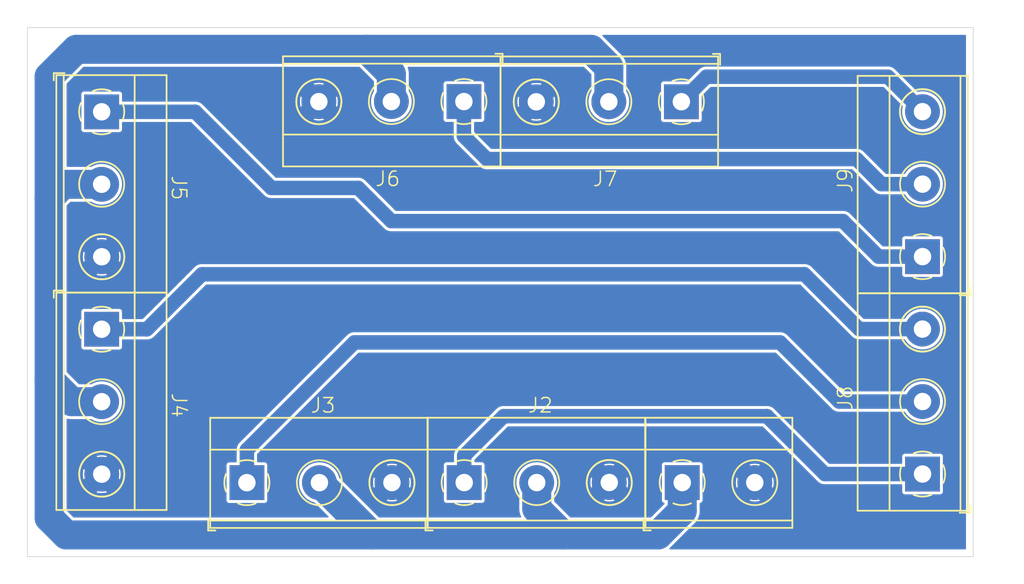
<source format=kicad_pcb>
(kicad_pcb (version 20240108) (generator "pcbnew") (generator_version "8.0")
  (layers (0 "F.Cu" signal) (31 "B.Cu" signal) (34 "B.Paste" user) (35 "F.Paste" user) (36 "B.SilkS" user "B.Silkscreen") (37 "F.SilkS" user "F.Silkscreen") (38 "B.Mask" user) (39 "F.Mask" user) (44 "Edge.Cuts" user))
  (net 0 "")
  (net 1 "/GND")
  (net 2 "/+6VCC")
  (net 3 "/SIGNAL_1")
  (net 4 "/SIGNAL_2")
  (net 5 "/SIGNAL_3")
  (net 6 "/SIGNAL_4")
  (net 7 "/SIGNAL_5")
  (net 8 "/SIGNAL_6")
  (footprint "LibraryTerminalBlock:TerminalBlock_philmore_TB133" (layer "F.Cu") (at 169.694 91.79 90)
    (property "Reference" "J9" (at 5.24 -5.319 90) (layer "F.SilkS") (effects (font (thickness 0.1))))
    (property "Value" "Conn_01x03")
    (fp_line (start 12.46 -4.462) (end 12.46 3.138) (stroke (width 0.12)) (layer "F.SilkS"))
    (fp_line (start -2.54 -4.462) (end 12.46 -4.462) (stroke (width 0.12)) (layer "F.SilkS"))
    (fp_line (start -2.54 -4.462) (end -2.54 3.138) (stroke (width 0.12)) (layer "F.SilkS"))
    (fp_line (start -2.54 -2.264) (end 12.46 -2.264) (stroke (width 0.12)) (layer "F.SilkS"))
    (fp_line (start -2.68 2.571) (end -2.68 3.311) (stroke (width 0.12)) (layer "F.SilkS"))
    (fp_line (start -2.55 2.626) (end 12.45 2.626) (stroke (width 0.12)) (layer "F.SilkS"))
    (fp_line (start -2.54 3.136) (end 12.46 3.136) (stroke (width 0.12)) (layer "F.SilkS"))
    (fp_line (start -2.68 3.311) (end -2.18 3.311) (stroke (width 0.12)) (layer "F.SilkS"))
    (fp_arc (start -0.617742 -1.421109) (mid -0.00986 -1.544727) (end 0.598 -1.421) (stroke (width 0.12)) (layer "F.SilkS"))
    (fp_arc (start 1.422109 -0.596742) (mid 1.545727 0.01114) (end 1.422 0.619) (stroke (width 0.12)) (layer "F.SilkS"))
    (fp_arc (start -1.442109 0.618742) (mid -1.565727 0.01086) (end -1.442 -0.597) (stroke (width 0.12)) (layer "F.SilkS"))
    (fp_arc (start 0.597587 1.442385) (mid 0.300017 1.534783) (end -0.01 1.566) (stroke (width 0.12)) (layer "F.SilkS"))
    (fp_arc (start 0.017011 1.566493) (mid -0.306984 1.538118) (end -0.618 1.443) (stroke (width 0.12)) (layer "F.SilkS"))
    (fp_circle (center 9.99 0.006) (end 11.545 0.006) (stroke (width 0.12)) (fill none) (layer "F.SilkS"))
    (fp_circle (center 9.99 0.006) (end 11.545 0.006) (stroke (width 0.12)) (fill none) (layer "F.SilkS"))
    (fp_circle (center 4.99 0.011) (end 6.545 0.011) (stroke (width 0.12)) (fill none) (layer "F.SilkS"))
    (pad "1" thru_hole rect (at -0.01 0.011 90) (size 2.4 2.4) (drill 1.2) (layers "*.Cu" "*.Mask") (net 6 "/SIGNAL_4"))
    (pad "2" thru_hole circle (at 4.99 0.011 90) (size 2.4 2.4) (drill 1.2) (layers "*.Cu" "*.Mask") (net 7 "/SIGNAL_5"))
    (pad "3" thru_hole circle (at 9.99 0.006 90) (size 2.4 2.4) (drill 1.2) (layers "*.Cu" "*.Mask") (net 8 "/SIGNAL_6"))
  )
  (footprint "LibraryTerminalBlock:TerminalBlock_philmore_TB133" (layer "F.Cu") (at 113.131 96.82 -90)
    (property "Reference" "J4" (at 5.24 -5.319 -90) (layer "F.SilkS") (effects (font (thickness 0.1))))
    (property "Value" "Conn_01x03")
    (fp_line (start -2.68 3.311) (end -2.18 3.311) (stroke (width 0.12)) (layer "F.SilkS"))
    (fp_line (start -2.54 3.136) (end 12.46 3.136) (stroke (width 0.12)) (layer "F.SilkS"))
    (fp_line (start -2.55 2.626) (end 12.45 2.626) (stroke (width 0.12)) (layer "F.SilkS"))
    (fp_line (start -2.68 2.571) (end -2.68 3.311) (stroke (width 0.12)) (layer "F.SilkS"))
    (fp_line (start -2.54 -2.264) (end 12.46 -2.264) (stroke (width 0.12)) (layer "F.SilkS"))
    (fp_line (start -2.54 -4.462) (end -2.54 3.138) (stroke (width 0.12)) (layer "F.SilkS"))
    (fp_line (start -2.54 -4.462) (end 12.46 -4.462) (stroke (width 0.12)) (layer "F.SilkS"))
    (fp_line (start 12.46 -4.462) (end 12.46 3.138) (stroke (width 0.12)) (layer "F.SilkS"))
    (fp_arc (start 0.017011 1.566493) (mid -0.306984 1.538118) (end -0.618 1.443) (stroke (width 0.12)) (layer "F.SilkS"))
    (fp_arc (start 0.597587 1.442385) (mid 0.300017 1.534783) (end -0.01 1.566) (stroke (width 0.12)) (layer "F.SilkS"))
    (fp_arc (start -1.442109 0.618742) (mid -1.565727 0.01086) (end -1.442 -0.597) (stroke (width 0.12)) (layer "F.SilkS"))
    (fp_arc (start 1.422109 -0.596742) (mid 1.545727 0.01114) (end 1.422 0.619) (stroke (width 0.12)) (layer "F.SilkS"))
    (fp_arc (start -0.617742 -1.421109) (mid -0.00986 -1.544727) (end 0.598 -1.421) (stroke (width 0.12)) (layer "F.SilkS"))
    (fp_circle (center 4.99 0.011) (end 6.545 0.011) (stroke (width 0.12)) (fill none) (layer "F.SilkS"))
    (fp_circle (center 9.99 0.006) (end 11.545 0.006) (stroke (width 0.12)) (fill none) (layer "F.SilkS"))
    (fp_circle (center 9.99 0.006) (end 11.545 0.006) (stroke (width 0.12)) (fill none) (layer "F.SilkS"))
    (pad "1" thru_hole rect (at -0.01 0.011 270) (size 2.4 2.4) (drill 1.2) (layers "*.Cu" "*.Mask") (net 5 "/SIGNAL_3"))
    (pad "2" thru_hole circle (at 4.99 0.011 270) (size 2.4 2.4) (drill 1.2) (layers "*.Cu" "*.Mask") (net 2 "/+6VCC"))
    (pad "3" thru_hole circle (at 9.99 0.006 270) (size 2.4 2.4) (drill 1.2) (layers "*.Cu" "*.Mask") (net 1 "/GND"))
  )
  (footprint "LibraryTerminalBlock:TerminalBlock_philmore_TB133" (layer "F.Cu") (at 123.14 107.384)
    (property "Reference" "J3" (at 5.24 -5.319 0) (layer "F.SilkS") (effects (font (thickness 0.1))))
    (property "Value" "Conn_01x03")
    (fp_line (start -2.68 2.571) (end -2.68 3.311) (stroke (width 0.12)) (layer "F.SilkS"))
    (fp_line (start -2.68 3.311) (end -2.18 3.311) (stroke (width 0.12)) (layer "F.SilkS"))
    (fp_line (start -2.55 2.626) (end 12.45 2.626) (stroke (width 0.12)) (layer "F.SilkS"))
    (fp_line (start -2.54 -4.462) (end -2.54 3.138) (stroke (width 0.12)) (layer "F.SilkS"))
    (fp_line (start -2.54 -4.462) (end 12.46 -4.462) (stroke (width 0.12)) (layer "F.SilkS"))
    (fp_line (start -2.54 -2.264) (end 12.46 -2.264) (stroke (width 0.12)) (layer "F.SilkS"))
    (fp_line (start -2.54 3.136) (end 12.46 3.136) (stroke (width 0.12)) (layer "F.SilkS"))
    (fp_line (start 12.46 -4.462) (end 12.46 3.138) (stroke (width 0.12)) (layer "F.SilkS"))
    (fp_arc (start -1.442109 0.618742) (mid -1.565727 0.01086) (end -1.442 -0.597) (stroke (width 0.12)) (layer "F.SilkS"))
    (fp_arc (start -0.617742 -1.421109) (mid -0.00986 -1.544727) (end 0.598 -1.421) (stroke (width 0.12)) (layer "F.SilkS"))
    (fp_arc (start 0.017011 1.566493) (mid -0.306984 1.538118) (end -0.618 1.443) (stroke (width 0.12)) (layer "F.SilkS"))
    (fp_arc (start 0.597587 1.442385) (mid 0.300017 1.534783) (end -0.01 1.566) (stroke (width 0.12)) (layer "F.SilkS"))
    (fp_arc (start 1.422109 -0.596742) (mid 1.545727 0.01114) (end 1.422 0.619) (stroke (width 0.12)) (layer "F.SilkS"))
    (fp_circle (center 4.99 0.011) (end 6.545 0.011) (stroke (width 0.12)) (fill none) (layer "F.SilkS"))
    (fp_circle (center 9.99 0.006) (end 11.545 0.006) (stroke (width 0.12)) (fill none) (layer "F.SilkS"))
    (fp_circle (center 9.99 0.006) (end 11.545 0.006) (stroke (width 0.12)) (fill none) (layer "F.SilkS"))
    (pad "1" thru_hole rect (at -0.01 0.011) (size 2.4 2.4) (drill 1.2) (layers "*.Cu" "*.Mask") (net 4 "/SIGNAL_2"))
    (pad "2" thru_hole circle (at 4.99 0.011) (size 2.4 2.4) (drill 1.2) (layers "*.Cu" "*.Mask") (net 2 "/+6VCC"))
    (pad "3" thru_hole circle (at 9.99 0.006) (size 2.4 2.4) (drill 1.2) (layers "*.Cu" "*.Mask") (net 1 "/GND"))
  )
  (footprint "LibraryTerminalBlock:TerminalBlock_philmore_TB133" (layer "F.Cu") (at 169.694 106.79 90)
    (property "Reference" "J8" (at 5.24 -5.319 90) (layer "F.SilkS") (effects (font (thickness 0.1))))
    (property "Value" "Conn_01x03")
    (fp_line (start 12.46 -4.462) (end 12.46 3.138) (stroke (width 0.12)) (layer "F.SilkS"))
    (fp_line (start -2.54 -4.462) (end 12.46 -4.462) (stroke (width 0.12)) (layer "F.SilkS"))
    (fp_line (start -2.54 -4.462) (end -2.54 3.138) (stroke (width 0.12)) (layer "F.SilkS"))
    (fp_line (start -2.54 -2.264) (end 12.46 -2.264) (stroke (width 0.12)) (layer "F.SilkS"))
    (fp_line (start -2.68 2.571) (end -2.68 3.311) (stroke (width 0.12)) (layer "F.SilkS"))
    (fp_line (start -2.55 2.626) (end 12.45 2.626) (stroke (width 0.12)) (layer "F.SilkS"))
    (fp_line (start -2.54 3.136) (end 12.46 3.136) (stroke (width 0.12)) (layer "F.SilkS"))
    (fp_line (start -2.68 3.311) (end -2.18 3.311) (stroke (width 0.12)) (layer "F.SilkS"))
    (fp_arc (start -0.617742 -1.421109) (mid -0.00986 -1.544727) (end 0.598 -1.421) (stroke (width 0.12)) (layer "F.SilkS"))
    (fp_arc (start 1.422109 -0.596742) (mid 1.545727 0.01114) (end 1.422 0.619) (stroke (width 0.12)) (layer "F.SilkS"))
    (fp_arc (start -1.442109 0.618742) (mid -1.565727 0.01086) (end -1.442 -0.597) (stroke (width 0.12)) (layer "F.SilkS"))
    (fp_arc (start 0.597587 1.442385) (mid 0.300017 1.534783) (end -0.01 1.566) (stroke (width 0.12)) (layer "F.SilkS"))
    (fp_arc (start 0.017011 1.566493) (mid -0.306984 1.538118) (end -0.618 1.443) (stroke (width 0.12)) (layer "F.SilkS"))
    (fp_circle (center 9.99 0.006) (end 11.545 0.006) (stroke (width 0.12)) (fill none) (layer "F.SilkS"))
    (fp_circle (center 9.99 0.006) (end 11.545 0.006) (stroke (width 0.12)) (fill none) (layer "F.SilkS"))
    (fp_circle (center 4.99 0.011) (end 6.545 0.011) (stroke (width 0.12)) (fill none) (layer "F.SilkS"))
    (pad "1" thru_hole rect (at -0.01 0.011 90) (size 2.4 2.4) (drill 1.2) (layers "*.Cu" "*.Mask") (net 3 "/SIGNAL_1"))
    (pad "2" thru_hole circle (at 4.99 0.011 90) (size 2.4 2.4) (drill 1.2) (layers "*.Cu" "*.Mask") (net 4 "/SIGNAL_2"))
    (pad "3" thru_hole circle (at 9.99 0.006 90) (size 2.4 2.4) (drill 1.2) (layers "*.Cu" "*.Mask") (net 5 "/SIGNAL_3"))
  )
  (footprint "LibraryTerminalBlock:TerminalBlock_philmore_TB132" (layer "F.Cu") (at 153.14 107.39)
    (property "Reference" "J1" (hide yes))
    (property "Value" "Conn_01x02")
    (fp_line (start -2.67 2.56) (end -2.67 3.3) (stroke (width 0.12)) (layer "F.SilkS"))
    (fp_line (start -2.67 3.3) (end -2.17 3.3) (stroke (width 0.12)) (layer "F.SilkS"))
    (fp_line (start -2.54 2.615) (end 7.58 2.615) (stroke (width 0.12)) (layer "F.SilkS"))
    (fp_line (start -2.53 -4.473) (end -2.53 3.127) (stroke (width 0.12)) (layer "F.SilkS"))
    (fp_line (start -2.53 -4.473) (end 7.59 -4.473) (stroke (width 0.12)) (layer "F.SilkS"))
    (fp_line (start -2.53 -2.275) (end 7.59 -2.275) (stroke (width 0.12)) (layer "F.SilkS"))
    (fp_line (start -2.53 3.125) (end 7.59 3.125) (stroke (width 0.12)) (layer "F.SilkS"))
    (fp_line (start 7.59 -4.473) (end 7.59 3.127) (stroke (width 0.12)) (layer "F.SilkS"))
    (fp_arc (start -1.432109 0.607742) (mid -1.555727 -0.00014) (end -1.432 -0.608) (stroke (width 0.12)) (layer "F.SilkS"))
    (fp_arc (start -0.607742 -1.432109) (mid 0.00014 -1.555727) (end 0.608 -1.432) (stroke (width 0.12)) (layer "F.SilkS"))
    (fp_arc (start 0.027011 1.555493) (mid -0.296984 1.527118) (end -0.608 1.432) (stroke (width 0.12)) (layer "F.SilkS"))
    (fp_arc (start 0.607587 1.431385) (mid 0.310017 1.523783) (end 0 1.555) (stroke (width 0.12)) (layer "F.SilkS"))
    (fp_arc (start 1.432109 -0.607742) (mid 1.555727 0.00014) (end 1.432 0.608) (stroke (width 0.12)) (layer "F.SilkS"))
    (fp_circle (center 5 0) (end 6.555 0) (stroke (width 0.12)) (fill none) (layer "F.SilkS"))
    (pad "1" thru_hole rect (at 0 0) (size 2.4 2.4) (drill 1.2) (layers "*.Cu" "*.Mask") (net 2 "/+6VCC"))
    (pad "2" thru_hole circle (at 5 0) (size 2.4 2.4) (drill 1.2) (layers "*.Cu" "*.Mask") (net 1 "/GND"))
  )
  (footprint "LibraryTerminalBlock:TerminalBlock_philmore_TB133" (layer "F.Cu") (at 138.12 107.379)
    (property "Reference" "J2" (at 5.24 -5.319 0) (layer "F.SilkS") (effects (font (thickness 0.1))))
    (property "Value" "Conn_01x03")
    (fp_line (start -2.68 2.571) (end -2.68 3.311) (stroke (width 0.12)) (layer "F.SilkS"))
    (fp_line (start -2.68 3.311) (end -2.18 3.311) (stroke (width 0.12)) (layer "F.SilkS"))
    (fp_line (start -2.55 2.626) (end 12.45 2.626) (stroke (width 0.12)) (layer "F.SilkS"))
    (fp_line (start -2.54 -4.462) (end -2.54 3.138) (stroke (width 0.12)) (layer "F.SilkS"))
    (fp_line (start -2.54 -4.462) (end 12.46 -4.462) (stroke (width 0.12)) (layer "F.SilkS"))
    (fp_line (start -2.54 -2.264) (end 12.46 -2.264) (stroke (width 0.12)) (layer "F.SilkS"))
    (fp_line (start -2.54 3.136) (end 12.46 3.136) (stroke (width 0.12)) (layer "F.SilkS"))
    (fp_line (start 12.46 -4.462) (end 12.46 3.138) (stroke (width 0.12)) (layer "F.SilkS"))
    (fp_arc (start -1.442109 0.618742) (mid -1.565727 0.01086) (end -1.442 -0.597) (stroke (width 0.12)) (layer "F.SilkS"))
    (fp_arc (start -0.617742 -1.421109) (mid -0.00986 -1.544727) (end 0.598 -1.421) (stroke (width 0.12)) (layer "F.SilkS"))
    (fp_arc (start 0.017011 1.566493) (mid -0.306984 1.538118) (end -0.618 1.443) (stroke (width 0.12)) (layer "F.SilkS"))
    (fp_arc (start 0.597587 1.442385) (mid 0.300017 1.534783) (end -0.01 1.566) (stroke (width 0.12)) (layer "F.SilkS"))
    (fp_arc (start 1.422109 -0.596742) (mid 1.545727 0.01114) (end 1.422 0.619) (stroke (width 0.12)) (layer "F.SilkS"))
    (fp_circle (center 4.99 0.011) (end 6.545 0.011) (stroke (width 0.12)) (fill none) (layer "F.SilkS"))
    (fp_circle (center 9.99 0.006) (end 11.545 0.006) (stroke (width 0.12)) (fill none) (layer "F.SilkS"))
    (fp_circle (center 9.99 0.006) (end 11.545 0.006) (stroke (width 0.12)) (fill none) (layer "F.SilkS"))
    (pad "1" thru_hole rect (at -0.01 0.011) (size 2.4 2.4) (drill 1.2) (layers "*.Cu" "*.Mask") (net 3 "/SIGNAL_1"))
    (pad "2" thru_hole circle (at 4.99 0.011) (size 2.4 2.4) (drill 1.2) (layers "*.Cu" "*.Mask") (net 2 "/+6VCC"))
    (pad "3" thru_hole circle (at 9.99 0.006) (size 2.4 2.4) (drill 1.2) (layers "*.Cu" "*.Mask") (net 1 "/GND"))
  )
  (footprint "LibraryTerminalBlock:TerminalBlock_philmore_TB133" (layer "F.Cu") (at 153.07 81.126 180)
    (property "Reference" "J7" (at 5.24 -5.319 0) (layer "F.SilkS") (effects (font (thickness 0.1))))
    (property "Value" "Conn_01x03")
    (fp_line (start 12.46 -4.462) (end 12.46 3.138) (stroke (width 0.12)) (layer "F.SilkS"))
    (fp_line (start -2.54 3.136) (end 12.46 3.136) (stroke (width 0.12)) (layer "F.SilkS"))
    (fp_line (start -2.54 -2.264) (end 12.46 -2.264) (stroke (width 0.12)) (layer "F.SilkS"))
    (fp_line (start -2.54 -4.462) (end 12.46 -4.462) (stroke (width 0.12)) (layer "F.SilkS"))
    (fp_line (start -2.54 -4.462) (end -2.54 3.138) (stroke (width 0.12)) (layer "F.SilkS"))
    (fp_line (start -2.55 2.626) (end 12.45 2.626) (stroke (width 0.12)) (layer "F.SilkS"))
    (fp_line (start -2.68 3.311) (end -2.18 3.311) (stroke (width 0.12)) (layer "F.SilkS"))
    (fp_line (start -2.68 2.571) (end -2.68 3.311) (stroke (width 0.12)) (layer "F.SilkS"))
    (fp_arc (start 1.422109 -0.596742) (mid 1.545727 0.01114) (end 1.422 0.619) (stroke (width 0.12)) (layer "F.SilkS"))
    (fp_arc (start 0.597587 1.442385) (mid 0.300017 1.534783) (end -0.01 1.566) (stroke (width 0.12)) (layer "F.SilkS"))
    (fp_arc (start 0.017011 1.566493) (mid -0.306984 1.538118) (end -0.618 1.443) (stroke (width 0.12)) (layer "F.SilkS"))
    (fp_arc (start -0.617742 -1.421109) (mid -0.00986 -1.544727) (end 0.598 -1.421) (stroke (width 0.12)) (layer "F.SilkS"))
    (fp_arc (start -1.442109 0.618742) (mid -1.565727 0.01086) (end -1.442 -0.597) (stroke (width 0.12)) (layer "F.SilkS"))
    (fp_circle (center 9.99 0.006) (end 11.545 0.006) (stroke (width 0.12)) (fill none) (layer "F.SilkS"))
    (fp_circle (center 9.99 0.006) (end 11.545 0.006) (stroke (width 0.12)) (fill none) (layer "F.SilkS"))
    (fp_circle (center 4.99 0.011) (end 6.545 0.011) (stroke (width 0.12)) (fill none) (layer "F.SilkS"))
    (pad "1" thru_hole rect (at -0.01 0.011 180) (size 2.4 2.4) (drill 1.2) (layers "*.Cu" "*.Mask") (net 8 "/SIGNAL_6"))
    (pad "2" thru_hole circle (at 4.99 0.011 180) (size 2.4 2.4) (drill 1.2) (layers "*.Cu" "*.Mask") (net 2 "/+6VCC"))
    (pad "3" thru_hole circle (at 9.99 0.006 180) (size 2.4 2.4) (drill 1.2) (layers "*.Cu" "*.Mask") (net 1 "/GND"))
  )
  (footprint "LibraryTerminalBlock:TerminalBlock_philmore_TB133" (layer "F.Cu") (at 138.08 81.115 180)
    (property "Reference" "J6" (at 5.24 -5.319 0) (layer "F.SilkS") (effects (font (thickness 0.1))))
    (property "Value" "Conn_01x03")
    (fp_line (start 12.46 -4.462) (end 12.46 3.138) (stroke (width 0.12)) (layer "F.SilkS"))
    (fp_line (start -2.54 3.136) (end 12.46 3.136) (stroke (width 0.12)) (layer "F.SilkS"))
    (fp_line (start -2.54 -2.264) (end 12.46 -2.264) (stroke (width 0.12)) (layer "F.SilkS"))
    (fp_line (start -2.54 -4.462) (end 12.46 -4.462) (stroke (width 0.12)) (layer "F.SilkS"))
    (fp_line (start -2.54 -4.462) (end -2.54 3.138) (stroke (width 0.12)) (layer "F.SilkS"))
    (fp_line (start -2.55 2.626) (end 12.45 2.626) (stroke (width 0.12)) (layer "F.SilkS"))
    (fp_line (start -2.68 3.311) (end -2.18 3.311) (stroke (width 0.12)) (layer "F.SilkS"))
    (fp_line (start -2.68 2.571) (end -2.68 3.311) (stroke (width 0.12)) (layer "F.SilkS"))
    (fp_arc (start 1.422109 -0.596742) (mid 1.545727 0.01114) (end 1.422 0.619) (stroke (width 0.12)) (layer "F.SilkS"))
    (fp_arc (start 0.597587 1.442385) (mid 0.300017 1.534783) (end -0.01 1.566) (stroke (width 0.12)) (layer "F.SilkS"))
    (fp_arc (start 0.017011 1.566493) (mid -0.306984 1.538118) (end -0.618 1.443) (stroke (width 0.12)) (layer "F.SilkS"))
    (fp_arc (start -0.617742 -1.421109) (mid -0.00986 -1.544727) (end 0.598 -1.421) (stroke (width 0.12)) (layer "F.SilkS"))
    (fp_arc (start -1.442109 0.618742) (mid -1.565727 0.01086) (end -1.442 -0.597) (stroke (width 0.12)) (layer "F.SilkS"))
    (fp_circle (center 9.99 0.006) (end 11.545 0.006) (stroke (width 0.12)) (fill none) (layer "F.SilkS"))
    (fp_circle (center 9.99 0.006) (end 11.545 0.006) (stroke (width 0.12)) (fill none) (layer "F.SilkS"))
    (fp_circle (center 4.99 0.011) (end 6.545 0.011) (stroke (width 0.12)) (fill none) (layer "F.SilkS"))
    (pad "1" thru_hole rect (at -0.01 0.011 180) (size 2.4 2.4) (drill 1.2) (layers "*.Cu" "*.Mask") (net 7 "/SIGNAL_5"))
    (pad "2" thru_hole circle (at 4.99 0.011 180) (size 2.4 2.4) (drill 1.2) (layers "*.Cu" "*.Mask") (net 2 "/+6VCC"))
    (pad "3" thru_hole circle (at 9.99 0.006 180) (size 2.4 2.4) (drill 1.2) (layers "*.Cu" "*.Mask") (net 1 "/GND"))
  )
  (footprint "LibraryTerminalBlock:TerminalBlock_philmore_TB133" (layer "F.Cu") (at 113.131 81.82 -90)
    (property "Reference" "J5" (at 5.24 -5.319 -90) (layer "F.SilkS") (effects (font (thickness 0.1))))
    (property "Value" "Conn_01x03")
    (fp_line (start -2.68 3.311) (end -2.18 3.311) (stroke (width 0.12)) (layer "F.SilkS"))
    (fp_line (start -2.54 3.136) (end 12.46 3.136) (stroke (width 0.12)) (layer "F.SilkS"))
    (fp_line (start -2.55 2.626) (end 12.45 2.626) (stroke (width 0.12)) (layer "F.SilkS"))
    (fp_line (start -2.68 2.571) (end -2.68 3.311) (stroke (width 0.12)) (layer "F.SilkS"))
    (fp_line (start -2.54 -2.264) (end 12.46 -2.264) (stroke (width 0.12)) (layer "F.SilkS"))
    (fp_line (start -2.54 -4.462) (end -2.54 3.138) (stroke (width 0.12)) (layer "F.SilkS"))
    (fp_line (start -2.54 -4.462) (end 12.46 -4.462) (stroke (width 0.12)) (layer "F.SilkS"))
    (fp_line (start 12.46 -4.462) (end 12.46 3.138) (stroke (width 0.12)) (layer "F.SilkS"))
    (fp_arc (start 0.017011 1.566493) (mid -0.306984 1.538118) (end -0.618 1.443) (stroke (width 0.12)) (layer "F.SilkS"))
    (fp_arc (start 0.597587 1.442385) (mid 0.300017 1.534783) (end -0.01 1.566) (stroke (width 0.12)) (layer "F.SilkS"))
    (fp_arc (start -1.442109 0.618742) (mid -1.565727 0.01086) (end -1.442 -0.597) (stroke (width 0.12)) (layer "F.SilkS"))
    (fp_arc (start 1.422109 -0.596742) (mid 1.545727 0.01114) (end 1.422 0.619) (stroke (width 0.12)) (layer "F.SilkS"))
    (fp_arc (start -0.617742 -1.421109) (mid -0.00986 -1.544727) (end 0.598 -1.421) (stroke (width 0.12)) (layer "F.SilkS"))
    (fp_circle (center 4.99 0.011) (end 6.545 0.011) (stroke (width 0.12)) (fill none) (layer "F.SilkS"))
    (fp_circle (center 9.99 0.006) (end 11.545 0.006) (stroke (width 0.12)) (fill none) (layer "F.SilkS"))
    (fp_circle (center 9.99 0.006) (end 11.545 0.006) (stroke (width 0.12)) (fill none) (layer "F.SilkS"))
    (pad "1" thru_hole rect (at -0.01 0.011 270) (size 2.4 2.4) (drill 1.2) (layers "*.Cu" "*.Mask") (net 6 "/SIGNAL_4"))
    (pad "2" thru_hole circle (at 4.99 0.011 270) (size 2.4 2.4) (drill 1.2) (layers "*.Cu" "*.Mask") (net 2 "/+6VCC"))
    (pad "3" thru_hole circle (at 9.99 0.006 270) (size 2.4 2.4) (drill 1.2) (layers "*.Cu" "*.Mask") (net 1 "/GND"))
  )
  (gr_rect (start 108 76) (end 173.2 112.5) (stroke (width 0.05)) (fill none) (layer "Edge.Cuts"))
  (segment (start 153.14 109.34) (end 151.48 111) (width 2) (layer "B.Cu") (net 2))
  (segment (start 109.5 87.78) (end 109.5 100.26) (width 2) (layer "B.Cu") (net 2))
  (segment (start 109.5 100.26) (end 109.5 109.82) (width 2) (layer "B.Cu") (net 2))
  (segment (start 146.86 77.5) (end 148.08 78.72) (width 2) (layer "B.Cu") (net 2))
  (segment (start 110.68 111) (end 131.735 111) (width 2) (layer "B.Cu") (net 2))
  (segment (start 109.5 100.26) (end 111.05 101.81) (width 2) (layer "B.Cu") (net 2))
  (segment (start 144.92 111) (end 131.735 111) (width 2) (layer "B.Cu") (net 2))
  (segment (start 153.14 107.39) (end 153.14 109.34) (width 2) (layer "B.Cu") (net 2))
  (segment (start 109.5 79.37) (end 111.37 77.5) (width 2) (layer "B.Cu") (net 2))
  (segment (start 131.39 77.5) (end 133.09 79.2) (width 2) (layer "B.Cu") (net 2))
  (segment (start 131.735 111) (end 128.13 107.395) (width 2) (layer "B.Cu") (net 2))
  (segment (start 113.12 86.81) (end 110.47 86.81) (width 2) (layer "B.Cu") (net 2))
  (segment (start 111.05 101.81) (end 113.12 101.81) (width 2) (layer "B.Cu") (net 2))
  (segment (start 109.5 87.78) (end 109.5 79.37) (width 2) (layer "B.Cu") (net 2))
  (segment (start 110.47 86.81) (end 109.5 87.78) (width 2) (layer "B.Cu") (net 2))
  (segment (start 131.39 77.5) (end 146.86 77.5) (width 2) (layer "B.Cu") (net 2))
  (segment (start 111.37 77.5) (end 131.39 77.5) (width 2) (layer "B.Cu") (net 2))
  (segment (start 109.5 109.82) (end 110.68 111) (width 2) (layer "B.Cu") (net 2))
  (segment (start 148.08 78.72) (end 148.08 81.115) (width 2) (layer "B.Cu") (net 2))
  (segment (start 133.09 79.2) (end 133.09 81.104) (width 2) (layer "B.Cu") (net 2))
  (segment (start 143.11 109.19) (end 144.92 111) (width 2) (layer "B.Cu") (net 2))
  (segment (start 143.11 107.39) (end 143.11 109.19) (width 2) (layer "B.Cu") (net 2))
  (segment (start 151.48 111) (end 144.92 111) (width 2) (layer "B.Cu") (net 2))
  (segment (start 162.97 106.8) (end 158.98 102.81) (width 1) (layer "B.Cu") (net 3))
  (segment (start 158.98 102.81) (end 140.83 102.81) (width 1) (layer "B.Cu") (net 3))
  (segment (start 169.705 106.8) (end 162.97 106.8) (width 1) (layer "B.Cu") (net 3))
  (segment (start 140.83 102.81) (end 138.11 105.53) (width 1) (layer "B.Cu") (net 3))
  (segment (start 138.11 105.53) (end 138.11 107.39) (width 1) (layer "B.Cu") (net 3))
  (segment (start 123.13 107.395) (end 123.13 105.13) (width 1) (layer "B.Cu") (net 4))
  (segment (start 159.88 97.72) (end 163.96 101.8) (width 1) (layer "B.Cu") (net 4))
  (segment (start 130.54 97.72) (end 159.88 97.72) (width 1) (layer "B.Cu") (net 4))
  (segment (start 163.96 101.8) (end 169.705 101.8) (width 1) (layer "B.Cu") (net 4))
  (segment (start 123.13 105.13) (end 130.54 97.72) (width 1) (layer "B.Cu") (net 4))
  (segment (start 120.03 93.02) (end 116.24 96.81) (width 1) (layer "B.Cu") (net 5))
  (segment (start 161.56 93.02) (end 120.03 93.02) (width 1) (layer "B.Cu") (net 5))
  (segment (start 165.34 96.8) (end 161.56 93.02) (width 1) (layer "B.Cu") (net 5))
  (segment (start 169.7 96.8) (end 165.34 96.8) (width 1) (layer "B.Cu") (net 5))
  (segment (start 116.24 96.81) (end 113.12 96.81) (width 1) (layer "B.Cu") (net 5))
  (segment (start 133.09 89.35) (end 130.8 87.06) (width 1) (layer "B.Cu") (net 6))
  (segment (start 166.67 91.8) (end 164.22 89.35) (width 1) (layer "B.Cu") (net 6))
  (segment (start 119.57 81.81) (end 113.12 81.81) (width 1) (layer "B.Cu") (net 6))
  (segment (start 124.82 87.06) (end 119.57 81.81) (width 1) (layer "B.Cu") (net 6))
  (segment (start 164.22 89.35) (end 133.09 89.35) (width 1) (layer "B.Cu") (net 6))
  (segment (start 130.8 87.06) (end 124.82 87.06) (width 1) (layer "B.Cu") (net 6))
  (segment (start 169.705 91.8) (end 166.67 91.8) (width 1) (layer "B.Cu") (net 6))
  (segment (start 166.88 86.8) (end 165.15 85.07) (width 1) (layer "B.Cu") (net 7))
  (segment (start 138.09 83.49) (end 138.09 81.104) (width 1) (layer "B.Cu") (net 7))
  (segment (start 169.705 86.8) (end 166.88 86.8) (width 1) (layer "B.Cu") (net 7))
  (segment (start 165.15 85.07) (end 139.67 85.07) (width 1) (layer "B.Cu") (net 7))
  (segment (start 139.67 85.07) (end 138.09 83.49) (width 1) (layer "B.Cu") (net 7))
  (segment (start 169.7 81.78) (end 167.31 79.39) (width 1) (layer "B.Cu") (net 8))
  (segment (start 154.805 79.39) (end 153.08 81.115) (width 1) (layer "B.Cu") (net 8))
  (segment (start 167.31 79.39) (end 154.805 79.39) (width 1) (layer "B.Cu") (net 8))
  (segment (start 169.7 81.8) (end 169.7 81.78) (width 1) (layer "B.Cu") (net 8))
  (zone (net 1) (net_name "/GND") (layer "B.Cu") (name "GND") (connect_pads (clearance 0.1)) (min_thickness 0.1) (fill yes (thermal_gap 0.1) (thermal_bridge_width 1.25))
    (polygon (pts (xy 108 76) (xy 108 112.5) (xy 173.2 112.5) (xy 173.2 76)))
  )
)
</source>
